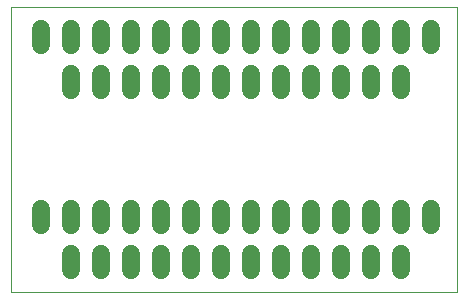
<source format=gts>
G75*
%MOIN*%
%OFA0B0*%
%FSLAX25Y25*%
%IPPOS*%
%LPD*%
%AMOC8*
5,1,8,0,0,1.08239X$1,22.5*
%
%ADD10C,0.00000*%
%ADD11C,0.06000*%
D10*
X0011800Y0011800D02*
X0011800Y0106761D01*
X0160501Y0106761D01*
X0160501Y0011800D01*
X0011800Y0011800D01*
D11*
X0031800Y0019200D02*
X0031800Y0024400D01*
X0041800Y0024400D02*
X0041800Y0019200D01*
X0051800Y0019200D02*
X0051800Y0024400D01*
X0061800Y0024400D02*
X0061800Y0019200D01*
X0071800Y0019200D02*
X0071800Y0024400D01*
X0081800Y0024400D02*
X0081800Y0019200D01*
X0091800Y0019200D02*
X0091800Y0024400D01*
X0101800Y0024400D02*
X0101800Y0019200D01*
X0111800Y0019200D02*
X0111800Y0024400D01*
X0121800Y0024400D02*
X0121800Y0019200D01*
X0131800Y0019200D02*
X0131800Y0024400D01*
X0141800Y0024400D02*
X0141800Y0019200D01*
X0141800Y0034200D02*
X0141800Y0039400D01*
X0131800Y0039400D02*
X0131800Y0034200D01*
X0121800Y0034200D02*
X0121800Y0039400D01*
X0111800Y0039400D02*
X0111800Y0034200D01*
X0101800Y0034200D02*
X0101800Y0039400D01*
X0091800Y0039400D02*
X0091800Y0034200D01*
X0081800Y0034200D02*
X0081800Y0039400D01*
X0071800Y0039400D02*
X0071800Y0034200D01*
X0061800Y0034200D02*
X0061800Y0039400D01*
X0051800Y0039400D02*
X0051800Y0034200D01*
X0041800Y0034200D02*
X0041800Y0039400D01*
X0031800Y0039400D02*
X0031800Y0034200D01*
X0021800Y0034200D02*
X0021800Y0039400D01*
X0031800Y0079200D02*
X0031800Y0084400D01*
X0041800Y0084400D02*
X0041800Y0079200D01*
X0051800Y0079200D02*
X0051800Y0084400D01*
X0061800Y0084400D02*
X0061800Y0079200D01*
X0071800Y0079200D02*
X0071800Y0084400D01*
X0081800Y0084400D02*
X0081800Y0079200D01*
X0091800Y0079200D02*
X0091800Y0084400D01*
X0101800Y0084400D02*
X0101800Y0079200D01*
X0111800Y0079200D02*
X0111800Y0084400D01*
X0121800Y0084400D02*
X0121800Y0079200D01*
X0131800Y0079200D02*
X0131800Y0084400D01*
X0141800Y0084400D02*
X0141800Y0079200D01*
X0141800Y0094200D02*
X0141800Y0099400D01*
X0131800Y0099400D02*
X0131800Y0094200D01*
X0121800Y0094200D02*
X0121800Y0099400D01*
X0111800Y0099400D02*
X0111800Y0094200D01*
X0101800Y0094200D02*
X0101800Y0099400D01*
X0091800Y0099400D02*
X0091800Y0094200D01*
X0081800Y0094200D02*
X0081800Y0099400D01*
X0071800Y0099400D02*
X0071800Y0094200D01*
X0061800Y0094200D02*
X0061800Y0099400D01*
X0051800Y0099400D02*
X0051800Y0094200D01*
X0041800Y0094200D02*
X0041800Y0099400D01*
X0031800Y0099400D02*
X0031800Y0094200D01*
X0021800Y0094200D02*
X0021800Y0099400D01*
X0151800Y0099400D02*
X0151800Y0094200D01*
X0151800Y0039400D02*
X0151800Y0034200D01*
M02*

</source>
